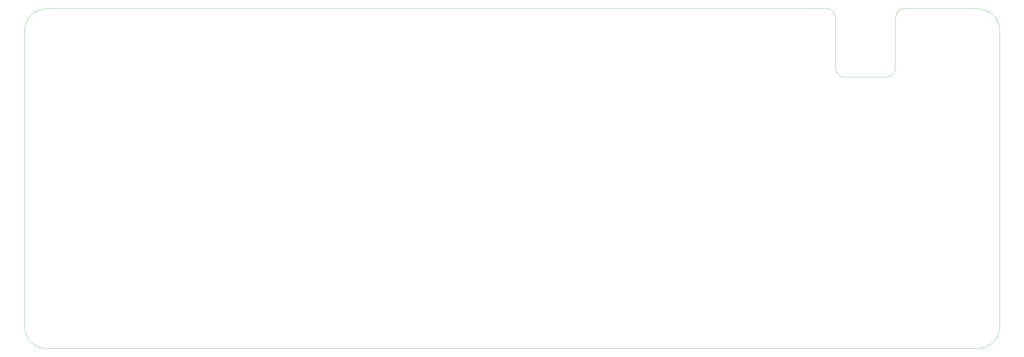
<source format=gbr>
%TF.GenerationSoftware,KiCad,Pcbnew,8.0.5*%
%TF.CreationDate,2024-10-06T00:46:39+09:00*%
%TF.ProjectId,monolith,6d6f6e6f-6c69-4746-982e-6b696361645f,rev?*%
%TF.SameCoordinates,Original*%
%TF.FileFunction,Profile,NP*%
%FSLAX46Y46*%
G04 Gerber Fmt 4.6, Leading zero omitted, Abs format (unit mm)*
G04 Created by KiCad (PCBNEW 8.0.5) date 2024-10-06 00:46:39*
%MOMM*%
%LPD*%
G01*
G04 APERTURE LIST*
%TA.AperFunction,Profile*%
%ADD10C,0.099945*%
%TD*%
G04 APERTURE END LIST*
D10*
X378920000Y-68000000D02*
X379327209Y-68030757D01*
X379728366Y-68081416D01*
X380122976Y-68151482D01*
X380510543Y-68240460D01*
X380890574Y-68347855D01*
X381262573Y-68473172D01*
X381626044Y-68615917D01*
X381980495Y-68775595D01*
X382325429Y-68951710D01*
X382660351Y-69143768D01*
X382984768Y-69351275D01*
X383298183Y-69573734D01*
X383600102Y-69810653D01*
X383890030Y-70061534D01*
X384167473Y-70325885D01*
X384431935Y-70603210D01*
X384682921Y-70893014D01*
X384919937Y-71194802D01*
X385142488Y-71508080D01*
X385350079Y-71832352D01*
X385542214Y-72167124D01*
X385718400Y-72511901D01*
X385878141Y-72866187D01*
X386020942Y-73229490D01*
X386146309Y-73601313D01*
X386253746Y-73981161D01*
X386342759Y-74368540D01*
X386412852Y-74762955D01*
X386463532Y-75163911D01*
X386494303Y-75570913D01*
X386504669Y-75983467D01*
X386504669Y-183896263D01*
X386494303Y-184308815D01*
X386463532Y-184715813D01*
X386412853Y-185116762D01*
X386342760Y-185511167D01*
X386253747Y-185898534D01*
X386146311Y-186278368D01*
X386020945Y-186650175D01*
X385878145Y-187013459D01*
X385718405Y-187367726D01*
X385542220Y-187712483D01*
X385350086Y-188047232D01*
X385142496Y-188371482D01*
X384919946Y-188684736D01*
X384682931Y-188986500D01*
X384431946Y-189276279D01*
X384167485Y-189553579D01*
X383890043Y-189817906D01*
X383600115Y-190068763D01*
X383298196Y-190305658D01*
X382984781Y-190528095D01*
X382660365Y-190735579D01*
X382325442Y-190927616D01*
X381980508Y-191103711D01*
X381626057Y-191263371D01*
X381262585Y-191406099D01*
X380890585Y-191531402D01*
X380510553Y-191638784D01*
X380122984Y-191727751D01*
X379728373Y-191797809D01*
X379327214Y-191848463D01*
X378920002Y-191879218D01*
X378507233Y-191889580D01*
X38902638Y-191889580D01*
X38489867Y-191879218D01*
X38082652Y-191848463D01*
X37681487Y-191797809D01*
X37286866Y-191727751D01*
X36899286Y-191638784D01*
X36519240Y-191531402D01*
X36147225Y-191406099D01*
X35783735Y-191263371D01*
X35429265Y-191103711D01*
X35084311Y-190927616D01*
X34749366Y-190735579D01*
X34424927Y-190528095D01*
X34111489Y-190305658D01*
X33809546Y-190068763D01*
X33519594Y-189817906D01*
X33242128Y-189553579D01*
X32977642Y-189276279D01*
X32726632Y-188986500D01*
X32489593Y-188684736D01*
X32267019Y-188371482D01*
X32059407Y-188047232D01*
X31867250Y-187712483D01*
X31691045Y-187367726D01*
X31531286Y-187013459D01*
X31388468Y-186650175D01*
X31263086Y-186278368D01*
X31155635Y-185898534D01*
X31066611Y-185511167D01*
X30996508Y-185116762D01*
X30945822Y-184715813D01*
X30915047Y-184308815D01*
X30904679Y-183896263D01*
X30904679Y-75983467D01*
X30915047Y-75570913D01*
X30945822Y-75163911D01*
X30996508Y-74762956D01*
X31066611Y-74368541D01*
X31155635Y-73981162D01*
X31263085Y-73601315D01*
X31388467Y-73229493D01*
X31531285Y-72866191D01*
X31691044Y-72511905D01*
X31867250Y-72167128D01*
X32059406Y-71832357D01*
X32267018Y-71508086D01*
X32489591Y-71194808D01*
X32726631Y-70893021D01*
X32977641Y-70603218D01*
X33242126Y-70325894D01*
X33519593Y-70061544D01*
X33809545Y-69810662D01*
X34111487Y-69573744D01*
X34424926Y-69351285D01*
X34749364Y-69143778D01*
X35084309Y-68951720D01*
X35429263Y-68775605D01*
X35783733Y-68615927D01*
X36147223Y-68473181D01*
X36519239Y-68347863D01*
X36899284Y-68240467D01*
X37286865Y-68151488D01*
X37681486Y-68081421D01*
X38082651Y-68030761D01*
X38489867Y-68000002D01*
X38902638Y-67989639D01*
X323556854Y-67989796D01*
X323742823Y-67999283D01*
X323923000Y-68018573D01*
X324097379Y-68047425D01*
X324265952Y-68085601D01*
X324428711Y-68132863D01*
X324585650Y-68188970D01*
X324736760Y-68253684D01*
X324882034Y-68326766D01*
X325021466Y-68407978D01*
X325155048Y-68497079D01*
X325282772Y-68593831D01*
X325404630Y-68697996D01*
X325520617Y-68809333D01*
X325630723Y-68927604D01*
X325734943Y-69052571D01*
X325833268Y-69183993D01*
X325925690Y-69321633D01*
X326012204Y-69465251D01*
X326167474Y-69769464D01*
X326299017Y-70094722D01*
X326406777Y-70439113D01*
X326490692Y-70800724D01*
X326550705Y-71177643D01*
X326586755Y-71567960D01*
X326598786Y-71969761D01*
X326598786Y-88909813D01*
X326602844Y-89115526D01*
X326614891Y-89318470D01*
X326634732Y-89518398D01*
X326662174Y-89715064D01*
X326697022Y-89908220D01*
X326739083Y-90097620D01*
X326788163Y-90283017D01*
X326844068Y-90464165D01*
X326906604Y-90640817D01*
X326975578Y-90812727D01*
X327050796Y-90979647D01*
X327132063Y-91141332D01*
X327219186Y-91297533D01*
X327311971Y-91448006D01*
X327410224Y-91592503D01*
X327513752Y-91730777D01*
X327622360Y-91862582D01*
X327735855Y-91987671D01*
X327854043Y-92105797D01*
X327976730Y-92216714D01*
X328103722Y-92320175D01*
X328234826Y-92415934D01*
X328369847Y-92503743D01*
X328508591Y-92583357D01*
X328650866Y-92654528D01*
X328796476Y-92717010D01*
X328945229Y-92770556D01*
X329096930Y-92814919D01*
X329251385Y-92849853D01*
X329408401Y-92875112D01*
X329567784Y-92890448D01*
X329729340Y-92895615D01*
X345380585Y-92895615D01*
X345542136Y-92890448D01*
X345701513Y-92875112D01*
X345858520Y-92849853D01*
X346012964Y-92814919D01*
X346164651Y-92770556D01*
X346313389Y-92717010D01*
X346458983Y-92654528D01*
X346601239Y-92583357D01*
X346739965Y-92503743D01*
X346874965Y-92415934D01*
X347006047Y-92320175D01*
X347133017Y-92216714D01*
X347255681Y-92105797D01*
X347373845Y-91987671D01*
X347487317Y-91862582D01*
X347595902Y-91730777D01*
X347797636Y-91448006D01*
X347977499Y-91141332D01*
X348133942Y-90812727D01*
X348265414Y-90464165D01*
X348370368Y-90097620D01*
X348447253Y-89715064D01*
X348494520Y-89318470D01*
X348506563Y-89115526D01*
X348510620Y-88909813D01*
X348510620Y-71969761D01*
X348513794Y-71767577D01*
X348523291Y-71568087D01*
X348539070Y-71371524D01*
X348561094Y-71178121D01*
X348589321Y-70988109D01*
X348623713Y-70801722D01*
X348664231Y-70619192D01*
X348710835Y-70440752D01*
X348763485Y-70266633D01*
X348822143Y-70097070D01*
X348886769Y-69932294D01*
X348957324Y-69772538D01*
X349033768Y-69618035D01*
X349116062Y-69469017D01*
X349204167Y-69325717D01*
X349298042Y-69188366D01*
X349397650Y-69057199D01*
X349502951Y-68932448D01*
X349613904Y-68814344D01*
X349730471Y-68703121D01*
X349852613Y-68599011D01*
X349980290Y-68502247D01*
X350113462Y-68413062D01*
X350252091Y-68331687D01*
X350396136Y-68258356D01*
X350545560Y-68193301D01*
X350700322Y-68136755D01*
X350860382Y-68088950D01*
X351025702Y-68050119D01*
X351196242Y-68020495D01*
X351371964Y-68000309D01*
X351552826Y-67989796D01*
X378507233Y-67989639D01*
X378920000Y-68000000D01*
M02*

</source>
